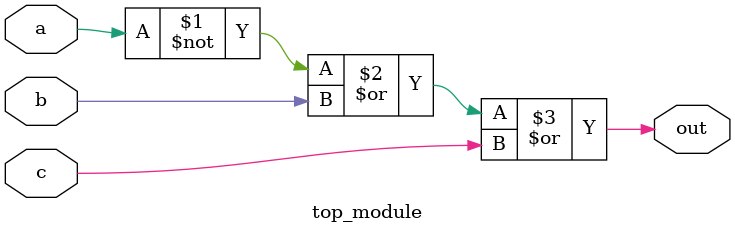
<source format=sv>
module top_module(
	input a, 
	input b,
	input c,
	output out
);
  
  assign out = (~a | b | c);
  
endmodule

</source>
